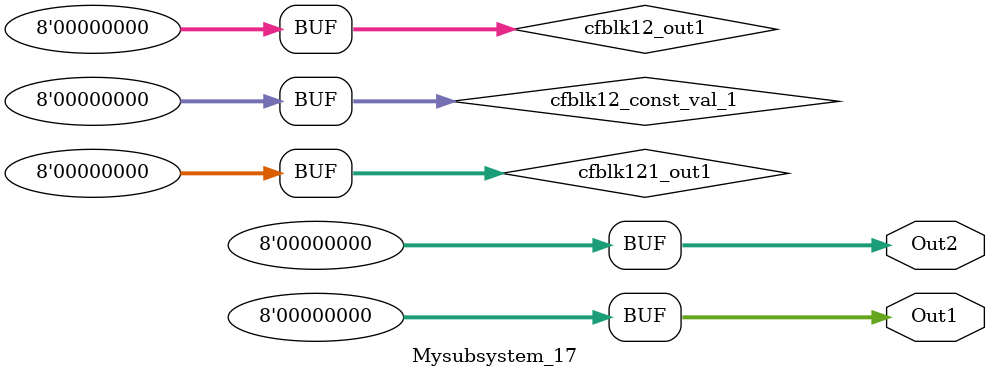
<source format=v>



`timescale 1 ns / 1 ns

module Mysubsystem_17
          (Out1,
           Out2);


  output  [7:0] Out1;  // uint8
  output  [7:0] Out2;  // uint8


  wire [7:0] cfblk121_out1;  // uint8
  wire [7:0] cfblk12_const_val_1;  // uint8
  wire [7:0] cfblk12_out1;  // uint8


  assign cfblk121_out1 = 8'b00000000;



  assign cfblk12_const_val_1 = 8'b00000000;



  assign cfblk12_out1 = cfblk121_out1 + cfblk12_const_val_1;



  assign Out1 = cfblk12_out1;

  assign Out2 = cfblk121_out1;

endmodule  // Mysubsystem_17


</source>
